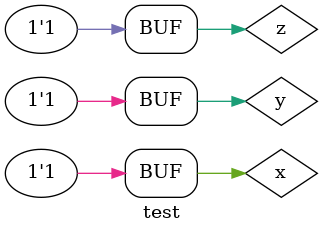
<source format=v>
`timescale 1ns / 1ps


module test;

	// Inputs
	reg x;
	reg y;
	reg z;

	// Outputs
	wire b;
	wire d;

	// Instantiate the Unit Under Test (UUT)
	full_subtractor uut (
		.b(b), 
		.d(d), 
		.x(x), 
		.y(y), 
		.z(z)
	);

	initial begin
		// Initialize Inputs
		x = 0;
		y = 0;
		z = 0;

		// Wait 100 ns for global reset to finish
		#100;
		
		x = 0;
		y = 0;
		z = 1;

		// Wait 100 ns for global reset to finish
		#100;
		
		x = 0;
		y = 1;
		z = 0;

		// Wait 100 ns for global reset to finish
		#100;
		
		x = 0;
		y = 1;
		z = 1;

		// Wait 100 ns for global reset to finish
		#100;
		
		x = 1;
		y = 0;
		z = 0;

		// Wait 100 ns for global reset to finish
		#100;
		
		x = 1;
		y = 0;
		z = 1;

		// Wait 100 ns for global reset to finish
		#100;
		
		x = 1;
		y = 1;
		z = 0;

		// Wait 100 ns for global reset to finish
		#100;
		
		x = 1;
		y = 1;
		z = 1;

		// Wait 100 ns for global reset to finish
		#100;
        
		// Add stimulus here

	end
      
endmodule


</source>
